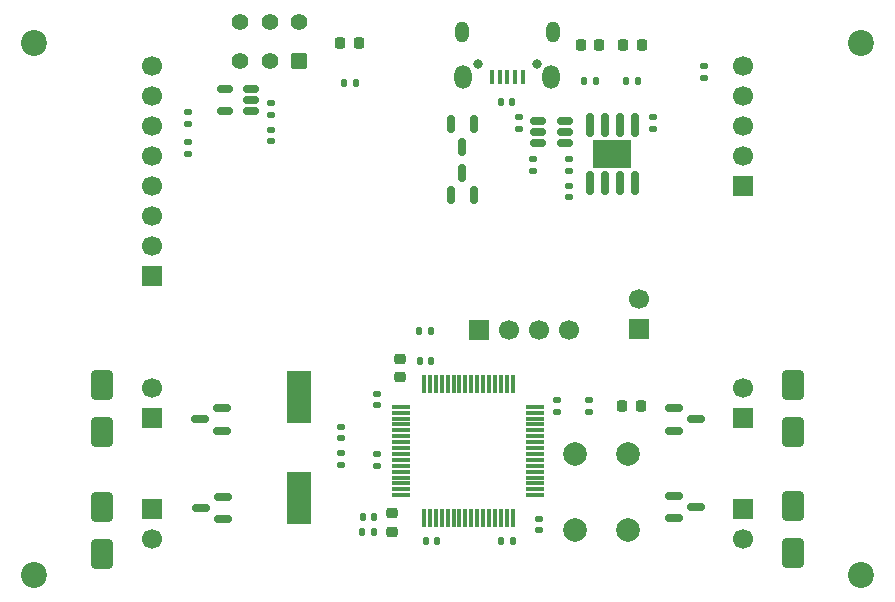
<source format=gbr>
%TF.GenerationSoftware,KiCad,Pcbnew,9.0.4*%
%TF.CreationDate,2025-11-28T16:57:25+01:00*%
%TF.ProjectId,Drone_PCB,44726f6e-655f-4504-9342-2e6b69636164,rev?*%
%TF.SameCoordinates,Original*%
%TF.FileFunction,Soldermask,Top*%
%TF.FilePolarity,Negative*%
%FSLAX46Y46*%
G04 Gerber Fmt 4.6, Leading zero omitted, Abs format (unit mm)*
G04 Created by KiCad (PCBNEW 9.0.4) date 2025-11-28 16:57:25*
%MOMM*%
%LPD*%
G01*
G04 APERTURE LIST*
G04 Aperture macros list*
%AMRoundRect*
0 Rectangle with rounded corners*
0 $1 Rounding radius*
0 $2 $3 $4 $5 $6 $7 $8 $9 X,Y pos of 4 corners*
0 Add a 4 corners polygon primitive as box body*
4,1,4,$2,$3,$4,$5,$6,$7,$8,$9,$2,$3,0*
0 Add four circle primitives for the rounded corners*
1,1,$1+$1,$2,$3*
1,1,$1+$1,$4,$5*
1,1,$1+$1,$6,$7*
1,1,$1+$1,$8,$9*
0 Add four rect primitives between the rounded corners*
20,1,$1+$1,$2,$3,$4,$5,0*
20,1,$1+$1,$4,$5,$6,$7,0*
20,1,$1+$1,$6,$7,$8,$9,0*
20,1,$1+$1,$8,$9,$2,$3,0*%
G04 Aperture macros list end*
%ADD10RoundRect,0.150000X-0.150000X0.825000X-0.150000X-0.825000X0.150000X-0.825000X0.150000X0.825000X0*%
%ADD11R,3.300000X2.410000*%
%ADD12RoundRect,0.218750X-0.218750X-0.256250X0.218750X-0.256250X0.218750X0.256250X-0.218750X0.256250X0*%
%ADD13RoundRect,0.135000X-0.185000X0.135000X-0.185000X-0.135000X0.185000X-0.135000X0.185000X0.135000X0*%
%ADD14RoundRect,0.140000X0.170000X-0.140000X0.170000X0.140000X-0.170000X0.140000X-0.170000X-0.140000X0*%
%ADD15RoundRect,0.218750X-0.256250X0.218750X-0.256250X-0.218750X0.256250X-0.218750X0.256250X0.218750X0*%
%ADD16R,1.700000X1.700000*%
%ADD17C,1.700000*%
%ADD18RoundRect,0.150000X-0.587500X-0.150000X0.587500X-0.150000X0.587500X0.150000X-0.587500X0.150000X0*%
%ADD19RoundRect,0.140000X-0.170000X0.140000X-0.170000X-0.140000X0.170000X-0.140000X0.170000X0.140000X0*%
%ADD20RoundRect,0.140000X-0.140000X-0.170000X0.140000X-0.170000X0.140000X0.170000X-0.140000X0.170000X0*%
%ADD21RoundRect,0.135000X0.185000X-0.135000X0.185000X0.135000X-0.185000X0.135000X-0.185000X-0.135000X0*%
%ADD22RoundRect,0.135000X-0.135000X-0.185000X0.135000X-0.185000X0.135000X0.185000X-0.135000X0.185000X0*%
%ADD23RoundRect,0.140000X0.140000X0.170000X-0.140000X0.170000X-0.140000X-0.170000X0.140000X-0.170000X0*%
%ADD24RoundRect,0.250000X0.650000X-1.000000X0.650000X1.000000X-0.650000X1.000000X-0.650000X-1.000000X0*%
%ADD25RoundRect,0.150000X0.512500X0.150000X-0.512500X0.150000X-0.512500X-0.150000X0.512500X-0.150000X0*%
%ADD26RoundRect,0.218750X0.218750X0.256250X-0.218750X0.256250X-0.218750X-0.256250X0.218750X-0.256250X0*%
%ADD27C,2.200000*%
%ADD28RoundRect,0.135000X0.135000X0.185000X-0.135000X0.185000X-0.135000X-0.185000X0.135000X-0.185000X0*%
%ADD29C,2.000000*%
%ADD30R,2.000000X4.500000*%
%ADD31RoundRect,0.250000X-0.650000X1.000000X-0.650000X-1.000000X0.650000X-1.000000X0.650000X1.000000X0*%
%ADD32RoundRect,0.150000X0.587500X0.150000X-0.587500X0.150000X-0.587500X-0.150000X0.587500X-0.150000X0*%
%ADD33RoundRect,0.225000X0.250000X-0.225000X0.250000X0.225000X-0.250000X0.225000X-0.250000X-0.225000X0*%
%ADD34RoundRect,0.075000X-0.700000X-0.075000X0.700000X-0.075000X0.700000X0.075000X-0.700000X0.075000X0*%
%ADD35RoundRect,0.075000X-0.075000X-0.700000X0.075000X-0.700000X0.075000X0.700000X-0.075000X0.700000X0*%
%ADD36RoundRect,0.150000X-0.512500X-0.150000X0.512500X-0.150000X0.512500X0.150000X-0.512500X0.150000X0*%
%ADD37RoundRect,0.250000X0.450000X0.450000X-0.450000X0.450000X-0.450000X-0.450000X0.450000X-0.450000X0*%
%ADD38C,1.400000*%
%ADD39O,0.800000X0.800000*%
%ADD40R,0.450000X1.300000*%
%ADD41O,1.150000X1.800000*%
%ADD42O,1.450000X2.000000*%
%ADD43RoundRect,0.150000X0.150000X-0.587500X0.150000X0.587500X-0.150000X0.587500X-0.150000X-0.587500X0*%
%ADD44RoundRect,0.150000X-0.150000X0.587500X-0.150000X-0.587500X0.150000X-0.587500X0.150000X0.587500X0*%
G04 APERTURE END LIST*
D10*
%TO.C,U3*%
X88335000Y-61925000D03*
X87065000Y-61925000D03*
X85795000Y-61925000D03*
X84525000Y-61925000D03*
X84525000Y-66875000D03*
X85795000Y-66875000D03*
X87065000Y-66875000D03*
X88335000Y-66875000D03*
D11*
X86430000Y-64400000D03*
%TD*%
D12*
%TO.C,D3*%
X83769000Y-55194000D03*
X85344000Y-55194000D03*
%TD*%
D13*
%TO.C,R5*%
X89916000Y-61286000D03*
X89916000Y-62306000D03*
%TD*%
D14*
%TO.C,C17*%
X82804000Y-68032000D03*
X82804000Y-67072000D03*
%TD*%
D15*
%TO.C,FB1*%
X67818000Y-94795000D03*
X67818000Y-96370000D03*
%TD*%
D16*
%TO.C,J2*%
X47498000Y-74676000D03*
D17*
X47498000Y-72136000D03*
X47498000Y-69596000D03*
X47498000Y-67056000D03*
X47498000Y-64516000D03*
X47498000Y-61976000D03*
X47498000Y-59436000D03*
X47498000Y-56896000D03*
%TD*%
D18*
%TO.C,Q3*%
X91625000Y-93300000D03*
X91625000Y-95200000D03*
X93500000Y-94250000D03*
%TD*%
D16*
%TO.C,J8*%
X88725000Y-79210000D03*
D17*
X88725000Y-76670000D03*
%TD*%
D19*
%TO.C,C2*%
X81788000Y-85250000D03*
X81788000Y-86210000D03*
%TD*%
%TO.C,C16*%
X82804000Y-64842000D03*
X82804000Y-65802000D03*
%TD*%
D16*
%TO.C,J6*%
X47500000Y-86750000D03*
D17*
X47500000Y-84210000D03*
%TD*%
D18*
%TO.C,Q5*%
X91625000Y-85900000D03*
X91625000Y-87800000D03*
X93500000Y-86850000D03*
%TD*%
D13*
%TO.C,R10*%
X94234000Y-56892000D03*
X94234000Y-57912000D03*
%TD*%
D20*
%TO.C,C1*%
X70160000Y-81892000D03*
X71120000Y-81892000D03*
%TD*%
D16*
%TO.C,J1*%
X75184000Y-79248000D03*
D17*
X77724000Y-79248000D03*
X80264000Y-79248000D03*
X82804000Y-79248000D03*
%TD*%
D21*
%TO.C,R11*%
X84500000Y-86270000D03*
X84500000Y-85250000D03*
%TD*%
D22*
%TO.C,R1*%
X70100000Y-79352000D03*
X71120000Y-79352000D03*
%TD*%
D23*
%TO.C,C8*%
X66266000Y-95100000D03*
X65306000Y-95100000D03*
%TD*%
D16*
%TO.C,J5*%
X97525000Y-94460000D03*
D17*
X97525000Y-97000000D03*
%TD*%
D24*
%TO.C,D7*%
X101750000Y-87950000D03*
X101750000Y-83950000D03*
%TD*%
D21*
%TO.C,R7*%
X78500000Y-62274000D03*
X78500000Y-61254000D03*
%TD*%
D20*
%TO.C,C15*%
X77018000Y-59960000D03*
X77978000Y-59960000D03*
%TD*%
D14*
%TO.C,C10*%
X80250000Y-96210000D03*
X80250000Y-95250000D03*
%TD*%
D16*
%TO.C,J4*%
X47500000Y-94460000D03*
D17*
X47500000Y-97000000D03*
%TD*%
D25*
%TO.C,U2*%
X55887500Y-60750000D03*
X55887500Y-59800000D03*
X55887500Y-58850000D03*
X53612500Y-58850000D03*
X53612500Y-60750000D03*
%TD*%
D23*
%TO.C,C4*%
X71628000Y-97132000D03*
X70668000Y-97132000D03*
%TD*%
D26*
%TO.C,D2*%
X88951000Y-55194000D03*
X87376000Y-55194000D03*
%TD*%
D27*
%TO.C,H4*%
X107500000Y-100000000D03*
%TD*%
D13*
%TO.C,R3*%
X50546000Y-63392000D03*
X50546000Y-64412000D03*
%TD*%
D28*
%TO.C,R8*%
X88650000Y-58242000D03*
X87630000Y-58242000D03*
%TD*%
D27*
%TO.C,H1*%
X37500000Y-55000000D03*
%TD*%
D29*
%TO.C,SW1*%
X83250000Y-96250000D03*
X83250000Y-89750000D03*
X87750000Y-96250000D03*
X87750000Y-89750000D03*
%TD*%
D16*
%TO.C,J3*%
X97536000Y-67056000D03*
D17*
X97536000Y-64516000D03*
X97536000Y-61976000D03*
X97536000Y-59436000D03*
X97536000Y-56896000D03*
%TD*%
D13*
%TO.C,R6*%
X79756000Y-64782000D03*
X79756000Y-65802000D03*
%TD*%
D14*
%TO.C,C7*%
X66548000Y-90782000D03*
X66548000Y-89822000D03*
%TD*%
D30*
%TO.C,Y1*%
X59944000Y-84980000D03*
X59944000Y-93480000D03*
%TD*%
D14*
%TO.C,C14*%
X57500000Y-63310000D03*
X57500000Y-62350000D03*
%TD*%
D31*
%TO.C,D4*%
X43250000Y-94250000D03*
X43250000Y-98250000D03*
%TD*%
D32*
%TO.C,Q6*%
X53375000Y-87800000D03*
X53375000Y-85900000D03*
X51500000Y-86850000D03*
%TD*%
D33*
%TO.C,C6*%
X68500000Y-83300000D03*
X68500000Y-81750000D03*
%TD*%
D16*
%TO.C,J7*%
X97525000Y-86750000D03*
D17*
X97525000Y-84210000D03*
%TD*%
D27*
%TO.C,H2*%
X107500000Y-55000000D03*
%TD*%
D23*
%TO.C,C3*%
X78000000Y-97132000D03*
X77040000Y-97132000D03*
%TD*%
%TO.C,C9*%
X66238000Y-96370000D03*
X65278000Y-96370000D03*
%TD*%
D24*
%TO.C,D6*%
X43250000Y-87950000D03*
X43250000Y-83950000D03*
%TD*%
D34*
%TO.C,U1*%
X68571000Y-85780000D03*
X68571000Y-86280000D03*
X68571000Y-86780000D03*
X68571000Y-87280000D03*
X68571000Y-87780000D03*
X68571000Y-88280000D03*
X68571000Y-88780000D03*
X68571000Y-89280000D03*
X68571000Y-89780000D03*
X68571000Y-90280000D03*
X68571000Y-90780000D03*
X68571000Y-91280000D03*
X68571000Y-91780000D03*
X68571000Y-92280000D03*
X68571000Y-92780000D03*
X68571000Y-93280000D03*
D35*
X70496000Y-95205000D03*
X70996000Y-95205000D03*
X71496000Y-95205000D03*
X71996000Y-95205000D03*
X72496000Y-95205000D03*
X72996000Y-95205000D03*
X73496000Y-95205000D03*
X73996000Y-95205000D03*
X74496000Y-95205000D03*
X74996000Y-95205000D03*
X75496000Y-95205000D03*
X75996000Y-95205000D03*
X76496000Y-95205000D03*
X76996000Y-95205000D03*
X77496000Y-95205000D03*
X77996000Y-95205000D03*
D34*
X79921000Y-93280000D03*
X79921000Y-92780000D03*
X79921000Y-92280000D03*
X79921000Y-91780000D03*
X79921000Y-91280000D03*
X79921000Y-90780000D03*
X79921000Y-90280000D03*
X79921000Y-89780000D03*
X79921000Y-89280000D03*
X79921000Y-88780000D03*
X79921000Y-88280000D03*
X79921000Y-87780000D03*
X79921000Y-87280000D03*
X79921000Y-86780000D03*
X79921000Y-86280000D03*
X79921000Y-85780000D03*
D35*
X77996000Y-83855000D03*
X77496000Y-83855000D03*
X76996000Y-83855000D03*
X76496000Y-83855000D03*
X75996000Y-83855000D03*
X75496000Y-83855000D03*
X74996000Y-83855000D03*
X74496000Y-83855000D03*
X73996000Y-83855000D03*
X73496000Y-83855000D03*
X72996000Y-83855000D03*
X72496000Y-83855000D03*
X71996000Y-83855000D03*
X71496000Y-83855000D03*
X70996000Y-83855000D03*
X70496000Y-83855000D03*
%TD*%
D26*
%TO.C,D1*%
X64975000Y-55000000D03*
X63400000Y-55000000D03*
%TD*%
D31*
%TO.C,D5*%
X101750000Y-94150000D03*
X101750000Y-98150000D03*
%TD*%
D28*
%TO.C,R9*%
X85094000Y-58242000D03*
X84074000Y-58242000D03*
%TD*%
D14*
%TO.C,C13*%
X57500000Y-61060000D03*
X57500000Y-60100000D03*
%TD*%
D36*
%TO.C,U4*%
X80142500Y-61550000D03*
X80142500Y-62500000D03*
X80142500Y-63450000D03*
X82417500Y-63450000D03*
X82417500Y-62500000D03*
X82417500Y-61550000D03*
%TD*%
D21*
%TO.C,R4*%
X50546000Y-61872000D03*
X50546000Y-60852000D03*
%TD*%
D37*
%TO.C,SW2*%
X59944000Y-56517500D03*
D38*
X57444000Y-56517500D03*
X54944000Y-56517500D03*
X54944000Y-53217500D03*
X57444000Y-53217500D03*
X59944000Y-53217500D03*
%TD*%
D14*
%TO.C,C12*%
X63500000Y-90698000D03*
X63500000Y-89738000D03*
%TD*%
D32*
%TO.C,Q4*%
X53500000Y-95300000D03*
X53500000Y-93400000D03*
X51625000Y-94350000D03*
%TD*%
D39*
%TO.C,J9*%
X80055000Y-56800000D03*
X75055000Y-56800000D03*
D40*
X78855000Y-57900000D03*
X78205000Y-57900000D03*
X77555000Y-57900000D03*
X76905000Y-57900000D03*
X76255000Y-57900000D03*
D41*
X81430000Y-54050000D03*
D42*
X81280000Y-57850000D03*
X73830000Y-57850000D03*
D41*
X73680000Y-54050000D03*
%TD*%
D27*
%TO.C,H3*%
X37500000Y-100000000D03*
%TD*%
D26*
%TO.C,D8*%
X88825000Y-85760000D03*
X87250000Y-85760000D03*
%TD*%
D43*
%TO.C,Q2*%
X72800000Y-67879000D03*
X74700000Y-67879000D03*
X73750000Y-66004000D03*
%TD*%
D44*
%TO.C,Q1*%
X74700000Y-61879000D03*
X72800000Y-61879000D03*
X73750000Y-63754000D03*
%TD*%
D28*
%TO.C,R2*%
X64760000Y-58350000D03*
X63740000Y-58350000D03*
%TD*%
D14*
%TO.C,C5*%
X66548000Y-85674000D03*
X66548000Y-84714000D03*
%TD*%
D19*
%TO.C,C11*%
X63500000Y-87480000D03*
X63500000Y-88440000D03*
%TD*%
M02*

</source>
